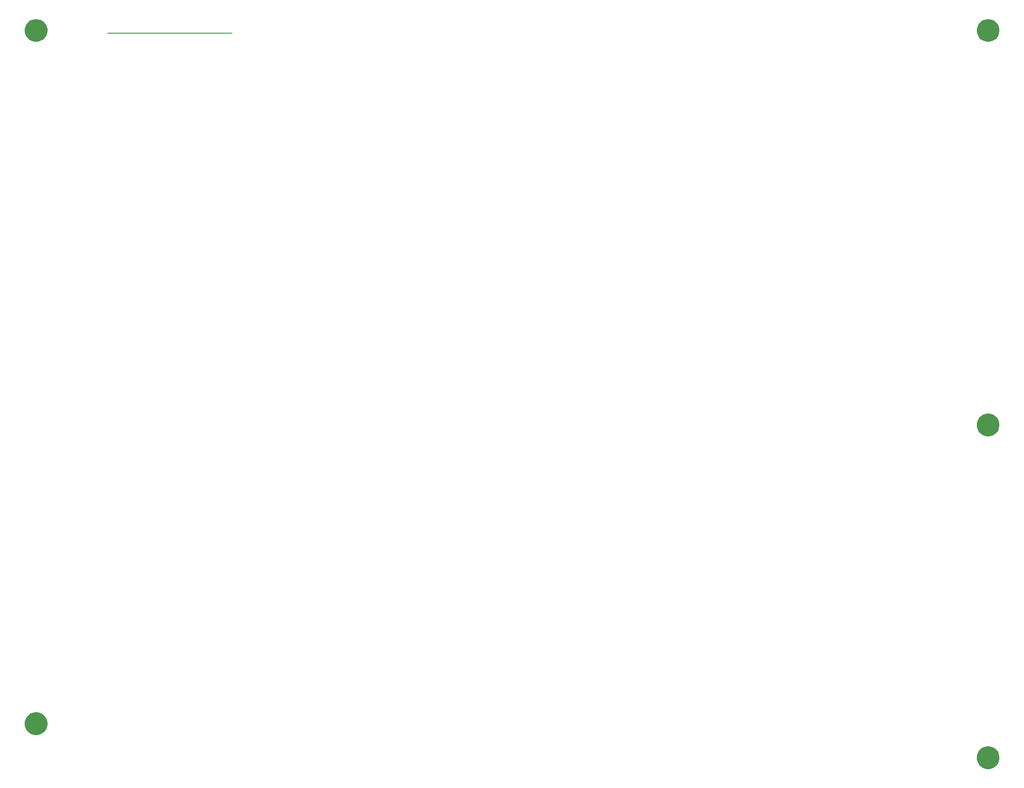
<source format=gts>
G04 #@! TF.GenerationSoftware,KiCad,Pcbnew,(5.1.5-0-10_14)*
G04 #@! TF.CreationDate,2020-04-18T19:51:42+09:00*
G04 #@! TF.ProjectId,colice_left_MidFrame,636f6c69-6365-45f6-9c65-66745f4d6964,rev?*
G04 #@! TF.SameCoordinates,Original*
G04 #@! TF.FileFunction,Soldermask,Top*
G04 #@! TF.FilePolarity,Negative*
%FSLAX46Y46*%
G04 Gerber Fmt 4.6, Leading zero omitted, Abs format (unit mm)*
G04 Created by KiCad (PCBNEW (5.1.5-0-10_14)) date 2020-04-18 19:51:42*
%MOMM*%
%LPD*%
G04 APERTURE LIST*
%ADD10C,0.150000*%
%ADD11C,0.100000*%
G04 APERTURE END LIST*
D10*
X34925000Y-20320000D02*
X58420000Y-20320000D01*
D11*
G36*
X201617623Y-155005261D02*
G01*
X202009079Y-155167407D01*
X202009081Y-155167408D01*
X202361383Y-155402809D01*
X202660991Y-155702417D01*
X202896392Y-156054719D01*
X202896393Y-156054721D01*
X203058539Y-156446177D01*
X203141200Y-156861744D01*
X203141200Y-157285456D01*
X203058539Y-157701023D01*
X202896393Y-158092479D01*
X202896392Y-158092481D01*
X202660991Y-158444783D01*
X202361383Y-158744391D01*
X202009081Y-158979792D01*
X202009080Y-158979793D01*
X202009079Y-158979793D01*
X201617623Y-159141939D01*
X201202056Y-159224600D01*
X200778344Y-159224600D01*
X200362777Y-159141939D01*
X199971321Y-158979793D01*
X199971320Y-158979793D01*
X199971319Y-158979792D01*
X199619017Y-158744391D01*
X199319409Y-158444783D01*
X199084008Y-158092481D01*
X199084007Y-158092479D01*
X198921861Y-157701023D01*
X198839200Y-157285456D01*
X198839200Y-156861744D01*
X198921861Y-156446177D01*
X199084007Y-156054721D01*
X199084008Y-156054719D01*
X199319409Y-155702417D01*
X199619017Y-155402809D01*
X199971319Y-155167408D01*
X199971321Y-155167407D01*
X200362777Y-155005261D01*
X200778344Y-154922600D01*
X201202056Y-154922600D01*
X201617623Y-155005261D01*
G37*
G36*
X22065023Y-148604461D02*
G01*
X22456479Y-148766607D01*
X22456481Y-148766608D01*
X22808783Y-149002009D01*
X23108391Y-149301617D01*
X23343792Y-149653919D01*
X23343793Y-149653921D01*
X23505939Y-150045377D01*
X23588600Y-150460944D01*
X23588600Y-150884656D01*
X23505939Y-151300223D01*
X23343793Y-151691679D01*
X23343792Y-151691681D01*
X23108391Y-152043983D01*
X22808783Y-152343591D01*
X22456481Y-152578992D01*
X22456480Y-152578993D01*
X22456479Y-152578993D01*
X22065023Y-152741139D01*
X21649456Y-152823800D01*
X21225744Y-152823800D01*
X20810177Y-152741139D01*
X20418721Y-152578993D01*
X20418720Y-152578993D01*
X20418719Y-152578992D01*
X20066417Y-152343591D01*
X19766809Y-152043983D01*
X19531408Y-151691681D01*
X19531407Y-151691679D01*
X19369261Y-151300223D01*
X19286600Y-150884656D01*
X19286600Y-150460944D01*
X19369261Y-150045377D01*
X19531407Y-149653921D01*
X19531408Y-149653919D01*
X19766809Y-149301617D01*
X20066417Y-149002009D01*
X20418719Y-148766608D01*
X20418721Y-148766607D01*
X20810177Y-148604461D01*
X21225744Y-148521800D01*
X21649456Y-148521800D01*
X22065023Y-148604461D01*
G37*
G36*
X201617623Y-92216461D02*
G01*
X202009079Y-92378607D01*
X202009081Y-92378608D01*
X202361383Y-92614009D01*
X202660991Y-92913617D01*
X202896392Y-93265919D01*
X202896393Y-93265921D01*
X203058539Y-93657377D01*
X203141200Y-94072944D01*
X203141200Y-94496656D01*
X203058539Y-94912223D01*
X202896393Y-95303679D01*
X202896392Y-95303681D01*
X202660991Y-95655983D01*
X202361383Y-95955591D01*
X202009081Y-96190992D01*
X202009080Y-96190993D01*
X202009079Y-96190993D01*
X201617623Y-96353139D01*
X201202056Y-96435800D01*
X200778344Y-96435800D01*
X200362777Y-96353139D01*
X199971321Y-96190993D01*
X199971320Y-96190993D01*
X199971319Y-96190992D01*
X199619017Y-95955591D01*
X199319409Y-95655983D01*
X199084008Y-95303681D01*
X199084007Y-95303679D01*
X198921861Y-94912223D01*
X198839200Y-94496656D01*
X198839200Y-94072944D01*
X198921861Y-93657377D01*
X199084007Y-93265921D01*
X199084008Y-93265919D01*
X199319409Y-92913617D01*
X199619017Y-92614009D01*
X199971319Y-92378608D01*
X199971321Y-92378607D01*
X200362777Y-92216461D01*
X200778344Y-92133800D01*
X201202056Y-92133800D01*
X201617623Y-92216461D01*
G37*
G36*
X201617623Y-17743661D02*
G01*
X202009079Y-17905807D01*
X202009081Y-17905808D01*
X202361383Y-18141209D01*
X202660991Y-18440817D01*
X202896392Y-18793119D01*
X202896393Y-18793121D01*
X203058539Y-19184577D01*
X203141200Y-19600144D01*
X203141200Y-20023856D01*
X203058539Y-20439423D01*
X202896393Y-20830879D01*
X202896392Y-20830881D01*
X202660991Y-21183183D01*
X202361383Y-21482791D01*
X202009081Y-21718192D01*
X202009080Y-21718193D01*
X202009079Y-21718193D01*
X201617623Y-21880339D01*
X201202056Y-21963000D01*
X200778344Y-21963000D01*
X200362777Y-21880339D01*
X199971321Y-21718193D01*
X199971320Y-21718193D01*
X199971319Y-21718192D01*
X199619017Y-21482791D01*
X199319409Y-21183183D01*
X199084008Y-20830881D01*
X199084007Y-20830879D01*
X198921861Y-20439423D01*
X198839200Y-20023856D01*
X198839200Y-19600144D01*
X198921861Y-19184577D01*
X199084007Y-18793121D01*
X199084008Y-18793119D01*
X199319409Y-18440817D01*
X199619017Y-18141209D01*
X199971319Y-17905808D01*
X199971321Y-17905807D01*
X200362777Y-17743661D01*
X200778344Y-17661000D01*
X201202056Y-17661000D01*
X201617623Y-17743661D01*
G37*
G36*
X22065023Y-17743661D02*
G01*
X22456479Y-17905807D01*
X22456481Y-17905808D01*
X22808783Y-18141209D01*
X23108391Y-18440817D01*
X23343792Y-18793119D01*
X23343793Y-18793121D01*
X23505939Y-19184577D01*
X23588600Y-19600144D01*
X23588600Y-20023856D01*
X23505939Y-20439423D01*
X23343793Y-20830879D01*
X23343792Y-20830881D01*
X23108391Y-21183183D01*
X22808783Y-21482791D01*
X22456481Y-21718192D01*
X22456480Y-21718193D01*
X22456479Y-21718193D01*
X22065023Y-21880339D01*
X21649456Y-21963000D01*
X21225744Y-21963000D01*
X20810177Y-21880339D01*
X20418721Y-21718193D01*
X20418720Y-21718193D01*
X20418719Y-21718192D01*
X20066417Y-21482791D01*
X19766809Y-21183183D01*
X19531408Y-20830881D01*
X19531407Y-20830879D01*
X19369261Y-20439423D01*
X19286600Y-20023856D01*
X19286600Y-19600144D01*
X19369261Y-19184577D01*
X19531407Y-18793121D01*
X19531408Y-18793119D01*
X19766809Y-18440817D01*
X20066417Y-18141209D01*
X20418719Y-17905808D01*
X20418721Y-17905807D01*
X20810177Y-17743661D01*
X21225744Y-17661000D01*
X21649456Y-17661000D01*
X22065023Y-17743661D01*
G37*
M02*

</source>
